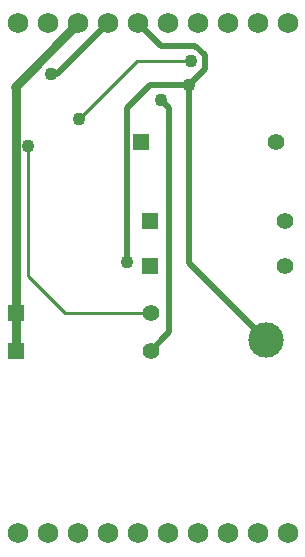
<source format=gbr>
%TF.GenerationSoftware,KiCad,Pcbnew,8.0.8*%
%TF.CreationDate,2025-04-04T13:22:33-04:00*%
%TF.ProjectId,Precharge Module V4.0,50726563-6861-4726-9765-204d6f64756c,rev?*%
%TF.SameCoordinates,Original*%
%TF.FileFunction,Copper,L2,Bot*%
%TF.FilePolarity,Positive*%
%FSLAX46Y46*%
G04 Gerber Fmt 4.6, Leading zero omitted, Abs format (unit mm)*
G04 Created by KiCad (PCBNEW 8.0.8) date 2025-04-04 13:22:33*
%MOMM*%
%LPD*%
G01*
G04 APERTURE LIST*
%TA.AperFunction,ComponentPad*%
%ADD10R,1.397000X1.397000*%
%TD*%
%TA.AperFunction,ComponentPad*%
%ADD11C,1.397000*%
%TD*%
%TA.AperFunction,ComponentPad*%
%ADD12C,3.000000*%
%TD*%
%TA.AperFunction,ComponentPad*%
%ADD13C,1.750000*%
%TD*%
%TA.AperFunction,ViaPad*%
%ADD14C,1.100000*%
%TD*%
%TA.AperFunction,Conductor*%
%ADD15C,0.500000*%
%TD*%
%TA.AperFunction,Conductor*%
%ADD16C,0.750000*%
%TD*%
%TA.AperFunction,Conductor*%
%ADD17C,0.250000*%
%TD*%
G04 APERTURE END LIST*
D10*
%TO.P,R6,1*%
%TO.N,Net-(U1-VCC)*%
X50585000Y-53100000D03*
D11*
%TO.P,R6,2*%
%TO.N,Net-(Q1-E)*%
X62015000Y-53100000D03*
%TD*%
D12*
%TO.P,PC COIL -,1,1*%
%TO.N,END*%
X71800000Y-52200000D03*
%TD*%
D10*
%TO.P,R8,1*%
%TO.N,Drain*%
X61970000Y-42100000D03*
D11*
%TO.P,R8,2*%
%TO.N,Net-(Q1-C)*%
X73400000Y-42100000D03*
%TD*%
D10*
%TO.P,R7,1*%
%TO.N,NmosSource*%
X61185000Y-35400000D03*
D11*
%TO.P,R7,2*%
%TO.N,Net-(Q1-C)*%
X72615000Y-35400000D03*
%TD*%
D13*
%TO.P,J2,1,1*%
%TO.N,N/C*%
X50800000Y-68580000D03*
%TO.P,J2,2,2*%
X53340000Y-68580000D03*
%TO.P,J2,3,3*%
X55880000Y-68580000D03*
%TO.P,J2,4,4*%
X58420000Y-68580000D03*
%TO.P,J2,5,5*%
X60960000Y-68580000D03*
%TO.P,J2,6,6*%
X63500000Y-68580000D03*
%TO.P,J2,7,7*%
X66040000Y-68580000D03*
%TO.P,J2,8,8*%
X68580000Y-68580000D03*
%TO.P,J2,9,9*%
X71120000Y-68580000D03*
%TO.P,J2,10,10*%
X73660000Y-68580000D03*
%TD*%
D10*
%TO.P,R10,*%
%TO.N,Net-(U2-D)*%
X61985000Y-45900000D03*
D11*
%TO.P,R10,2*%
%TO.N,Net-(Q1-C)*%
X73415000Y-45900000D03*
%TD*%
D10*
%TO.P,R2,1*%
%TO.N,Net-(U1-VCC)*%
X50600000Y-49900000D03*
D11*
%TO.P,R2,2*%
%TO.N,PMOSSOURCE*%
X62030000Y-49900000D03*
%TD*%
D13*
%TO.P,J1,1,1*%
%TO.N,Net-(U2-D)*%
X50800000Y-25400000D03*
%TO.P,J1,2,2*%
%TO.N,Net-(U3-D)*%
X53340000Y-25400000D03*
%TO.P,J1,3,3*%
%TO.N,Net-(U1-VCC)*%
X55880000Y-25400000D03*
%TO.P,J1,4,4*%
%TO.N,Net-(Q1-C)*%
X58420000Y-25400000D03*
%TO.P,J1,5,5*%
%TO.N,END*%
X60960000Y-25400000D03*
%TO.P,J1,6,6*%
%TO.N,unconnected-(J1-Pad6)*%
X63500000Y-25400000D03*
%TO.P,J1,7,7*%
%TO.N,unconnected-(J1-Pad7)*%
X66040000Y-25400000D03*
%TO.P,J1,8,8*%
%TO.N,unconnected-(J1-Pad8)*%
X68580000Y-25400000D03*
%TO.P,J1,9,9*%
%TO.N,unconnected-(J1-Pad9)*%
X71120000Y-25400000D03*
%TO.P,J1,10,10*%
%TO.N,unconnected-(J1-Pad10)*%
X73660000Y-25400000D03*
%TD*%
D14*
%TO.N,Net-(Q1-C)*%
X53600000Y-29700000D03*
%TO.N,Net-(Q1-E)*%
X62900000Y-31900000D03*
%TO.N,Gate*%
X56000000Y-33500000D03*
X65400000Y-28600000D03*
%TO.N,PMOSSOURCE*%
X51675000Y-35800000D03*
%TO.N,END*%
X60000000Y-45600000D03*
X65300000Y-30600000D03*
%TD*%
D15*
%TO.N,Net-(Q1-C)*%
X54120000Y-29700000D02*
X58420000Y-25400000D01*
X53600000Y-29700000D02*
X54120000Y-29700000D01*
%TO.N,Net-(Q1-E)*%
X63128500Y-51986500D02*
X63128500Y-51971500D01*
X62015000Y-53100000D02*
X63128500Y-51986500D01*
X63600000Y-51500000D02*
X63600000Y-32600000D01*
X63600000Y-32600000D02*
X62900000Y-31900000D01*
X63128500Y-51971500D02*
X63600000Y-51500000D01*
D16*
%TO.N,Net-(U1-VCC)*%
X55880000Y-25400000D02*
X50500000Y-30780000D01*
X50500000Y-53015000D02*
X50585000Y-53100000D01*
X50600000Y-49900000D02*
X50600000Y-53085000D01*
X50500000Y-30780000D02*
X50600000Y-30880000D01*
X50600000Y-53085000D02*
X50585000Y-53100000D01*
X50600000Y-30880000D02*
X50600000Y-49900000D01*
D17*
%TO.N,Gate*%
X60900000Y-28600000D02*
X65400000Y-28600000D01*
X56000000Y-33500000D02*
X60900000Y-28600000D01*
%TO.N,PMOSSOURCE*%
X62030000Y-49900000D02*
X54800000Y-49900000D01*
X51675000Y-46775000D02*
X51675000Y-35800000D01*
X54800000Y-49900000D02*
X51675000Y-46775000D01*
D15*
%TO.N,END*%
X60000000Y-32600000D02*
X62000000Y-30600000D01*
X65300000Y-45700000D02*
X65300000Y-30600000D01*
X65800000Y-27300000D02*
X62860000Y-27300000D01*
X60000000Y-45600000D02*
X60000000Y-32600000D01*
X62000000Y-30600000D02*
X65300000Y-30600000D01*
X66600000Y-28100000D02*
X65800000Y-27300000D01*
X71800000Y-52200000D02*
X65300000Y-45700000D01*
X65300000Y-30600000D02*
X66600000Y-29300000D01*
X62860000Y-27300000D02*
X60960000Y-25400000D01*
X66600000Y-29300000D02*
X66600000Y-28100000D01*
%TD*%
M02*

</source>
